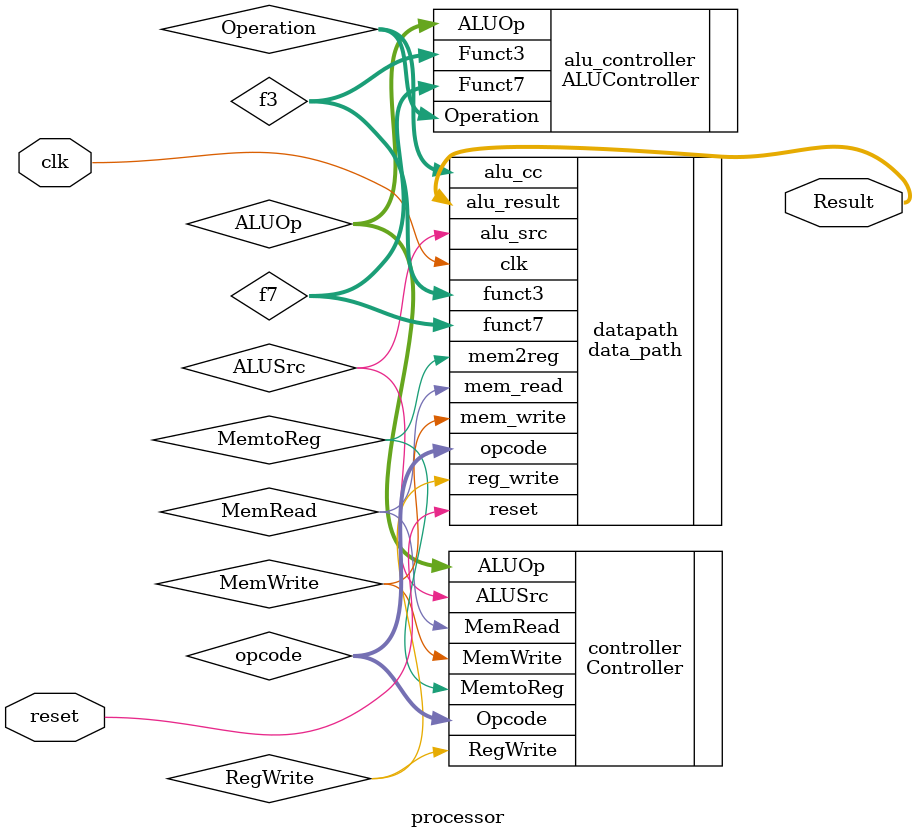
<source format=v>
`timescale 1ns / 1ps


module processor(
    input clk, reset,
    
    output [31:0] Result
    );
    
    wire [2:0] f3;
    wire [6:0] f7;
    wire [6:0] opcode;
    wire MemtoReg;
    wire MemWrite;
    wire MemRead;
    wire ALUSrc;
    wire RegWrite;
    wire [1:0] ALUOp;
    wire [3:0] Operation;
    
    Controller controller(
        .Opcode(opcode),
        .ALUSrc(ALUSrc),
        .MemtoReg(MemtoReg),
        .RegWrite(RegWrite),
        .MemRead(MemRead),
        .MemWrite(MemWrite),
        .ALUOp(ALUOp)
    );
    
    ALUController alu_controller(
        .ALUOp(ALUOp),
        .Funct7(f7),
        .Funct3(f3),
        .Operation(Operation)
    );
    
    data_path datapath(
        .clk(clk),
        .reset(reset),
        .reg_write(RegWrite),
        .mem2reg(MemtoReg),
        .alu_src(ALUSrc),
        .mem_write(MemWrite),
        .mem_read(MemRead),
        .alu_cc(Operation),
        .opcode(opcode),
        .funct7(f7),
        .funct3(f3),
        .alu_result(Result)
    );
    
    
endmodule

</source>
